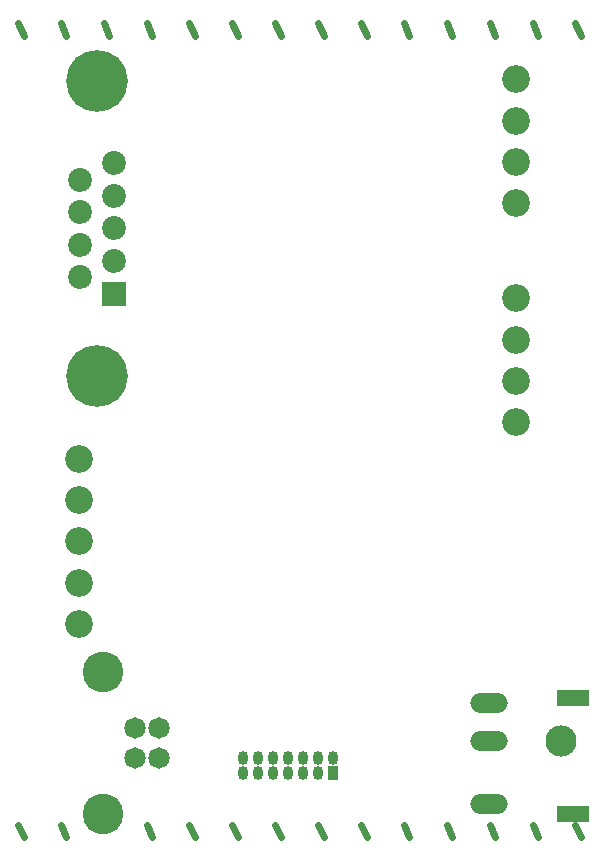
<source format=gbr>
G04 #@! TF.FileFunction,Soldermask,Bot*
%FSLAX46Y46*%
G04 Gerber Fmt 4.6, Leading zero omitted, Abs format (unit mm)*
G04 Created by KiCad (PCBNEW 4.0.7) date Thu Apr 26 00:57:05 2018*
%MOMM*%
%LPD*%
G01*
G04 APERTURE LIST*
%ADD10C,0.100000*%
%ADD11C,0.600000*%
%ADD12C,1.816400*%
%ADD13C,3.442000*%
%ADD14C,2.019600*%
%ADD15R,2.019600X2.019600*%
%ADD16C,5.220000*%
%ADD17O,3.188000X1.664000*%
%ADD18R,2.740000X1.448000*%
%ADD19C,2.640000*%
%ADD20R,0.902000X1.156000*%
%ADD21O,0.902000X1.156000*%
%ADD22C,2.340000*%
G04 APERTURE END LIST*
D10*
D11*
X9067307Y-1665000D02*
X8592307Y-615000D01*
X38107690Y-1665000D02*
X37632690Y-615000D01*
X41738459Y-1665000D02*
X41263459Y-615000D01*
X45369228Y-1665000D02*
X44894228Y-615000D01*
X48999997Y-1665000D02*
X48524997Y-615000D01*
X5430769Y-1665000D02*
X4955769Y-615000D01*
X1800000Y-1665000D02*
X1325000Y-615000D01*
X12692307Y-1665000D02*
X12217307Y-615000D01*
X23584614Y-1665000D02*
X23109614Y-615000D01*
X19953845Y-1665000D02*
X19478845Y-615000D01*
X16323076Y-1665000D02*
X15848076Y-615000D01*
X34476921Y-1665000D02*
X34001921Y-615000D01*
X27215383Y-1665000D02*
X26740383Y-615000D01*
X30846152Y-1665000D02*
X30371152Y-615000D01*
X38107690Y-69490000D02*
X37632690Y-68440000D01*
X48999997Y-69490000D02*
X48524997Y-68440000D01*
X41738459Y-69490000D02*
X41263459Y-68440000D01*
X45369228Y-69490000D02*
X44894228Y-68440000D01*
X5430769Y-69490000D02*
X4955769Y-68440000D01*
X1800000Y-69490000D02*
X1325000Y-68440000D01*
X19953845Y-69490000D02*
X19478845Y-68440000D01*
X16323076Y-69490000D02*
X15848076Y-68440000D01*
X23584614Y-69490000D02*
X23109614Y-68440000D01*
X12692307Y-69490000D02*
X12217307Y-68440000D01*
X27215383Y-69490000D02*
X26740383Y-68440000D01*
X30846152Y-69490000D02*
X30371152Y-68440000D01*
X34476921Y-69490000D02*
X34001921Y-68440000D01*
D12*
X11275000Y-60300320D03*
X13256200Y-60300320D03*
X11275000Y-62799680D03*
D13*
X8557200Y-67569800D03*
X8557200Y-55530200D03*
D12*
X13256200Y-62799680D03*
D14*
X9419860Y-12435260D03*
X9419860Y-15206400D03*
X9419860Y-17975000D03*
X9419860Y-20743600D03*
D15*
X9419860Y-23514740D03*
D14*
X6580140Y-13827180D03*
X6580140Y-16595780D03*
X6580140Y-19354220D03*
X6580140Y-22122820D03*
D16*
X8000000Y-30474340D03*
X8000000Y-5475660D03*
D17*
X41201887Y-58176437D03*
X41201887Y-66685437D03*
X41201887Y-61351437D03*
D18*
X48300000Y-67550000D03*
X48300000Y-57750000D03*
D19*
X47315887Y-61351000D03*
D20*
X28020000Y-64050000D03*
D21*
X26750000Y-64050000D03*
X25480000Y-64050000D03*
X24210000Y-64050000D03*
X22940000Y-64050000D03*
X21670000Y-64050000D03*
X20400000Y-64050000D03*
X26750000Y-62780000D03*
X25480000Y-62780000D03*
X24210000Y-62780000D03*
X22940000Y-62780000D03*
X21670000Y-62780000D03*
X20400000Y-62780000D03*
X28020000Y-62780000D03*
D22*
X43500000Y-30900000D03*
X43500000Y-27400000D03*
X43500000Y-23900000D03*
X43500000Y-34400000D03*
X43500000Y-12350000D03*
X43500000Y-8850000D03*
X43500000Y-5350000D03*
X43500000Y-15850000D03*
X6500000Y-40950000D03*
X6500000Y-44450000D03*
X6500000Y-47950000D03*
X6500000Y-37450000D03*
X6500000Y-51450000D03*
M02*

</source>
